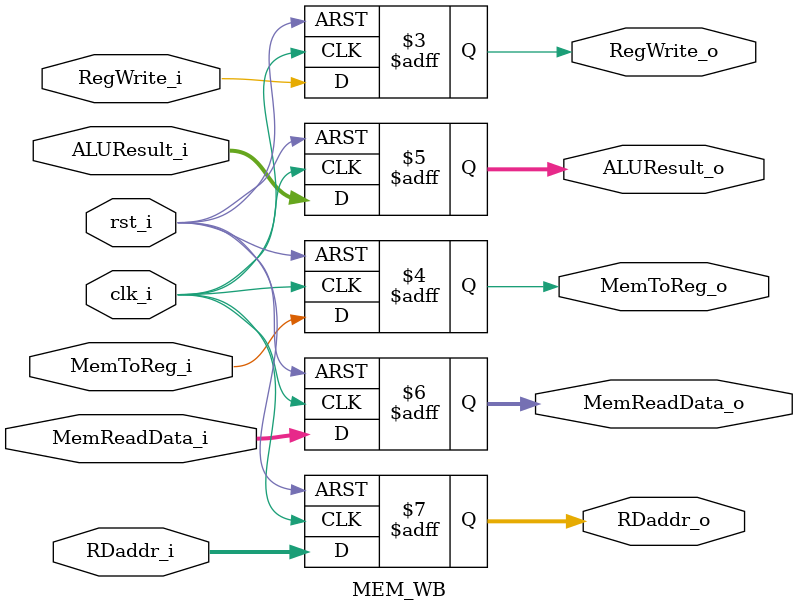
<source format=v>
module MEM_WB (
    input clk_i,
    input rst_i,
    input RegWrite_i,
    input MemToReg_i,
    input [31:0] ALUResult_i,
    input [31:0] MemReadData_i,
    input [4:0] RDaddr_i,
    output reg RegWrite_o,
    output reg MemToReg_o,
    output reg [31:0] ALUResult_o,
    output reg [31:0] MemReadData_o,
    output reg [4:0] RDaddr_o
);

always@(posedge clk_i or negedge rst_i) begin
    if(~rst_i) begin
        RegWrite_o <= 1'b0;
        MemToReg_o <= 1'b0;
        ALUResult_o <= 32'b0;
        MemReadData_o <= 32'b0;
        RDaddr_o <= 5'b0;
    end
    else begin
        RegWrite_o <= RegWrite_i;
        MemToReg_o <= MemToReg_i;
        ALUResult_o <= ALUResult_i;
        MemReadData_o <= MemReadData_i;
        RDaddr_o <= RDaddr_i;
    end
end
    
endmodule
</source>
